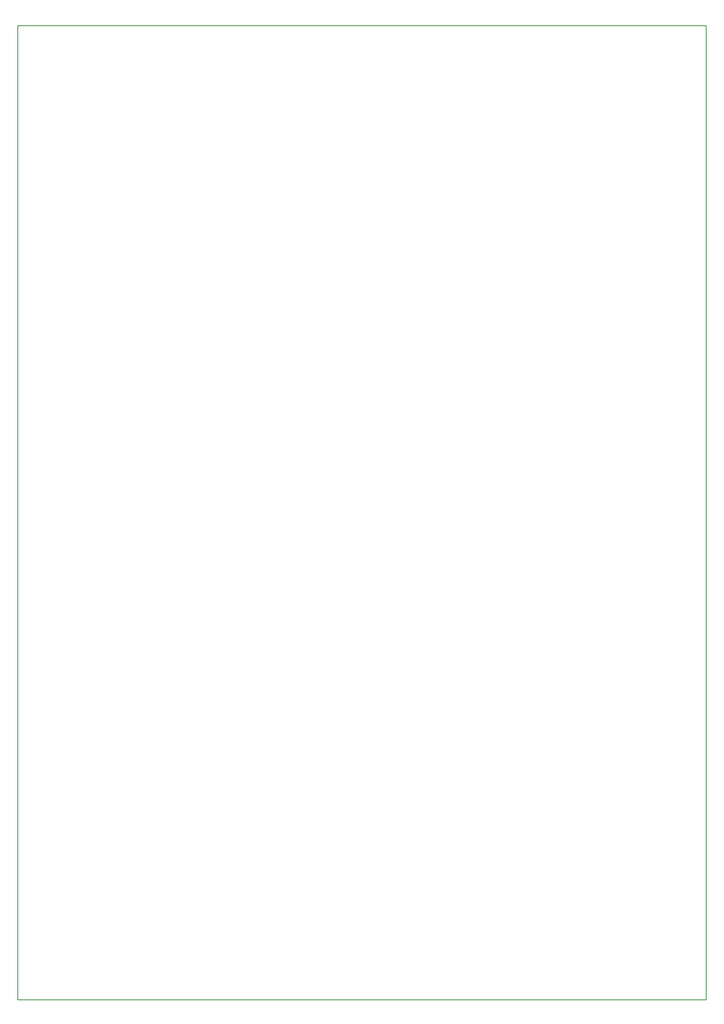
<source format=gbr>
%TF.GenerationSoftware,KiCad,Pcbnew,(7.0.0)*%
%TF.CreationDate,2023-05-29T14:56:51-06:00*%
%TF.ProjectId,GPS_TRACKER,4750535f-5452-4414-934b-45522e6b6963,rev?*%
%TF.SameCoordinates,Original*%
%TF.FileFunction,Profile,NP*%
%FSLAX46Y46*%
G04 Gerber Fmt 4.6, Leading zero omitted, Abs format (unit mm)*
G04 Created by KiCad (PCBNEW (7.0.0)) date 2023-05-29 14:56:51*
%MOMM*%
%LPD*%
G01*
G04 APERTURE LIST*
%TA.AperFunction,Profile*%
%ADD10C,0.100000*%
%TD*%
G04 APERTURE END LIST*
D10*
X115570000Y-35560000D02*
X189230000Y-35560000D01*
X189230000Y-35560000D02*
X189230000Y-139700000D01*
X189230000Y-139700000D02*
X115570000Y-139700000D01*
X115570000Y-139700000D02*
X115570000Y-35560000D01*
M02*

</source>
